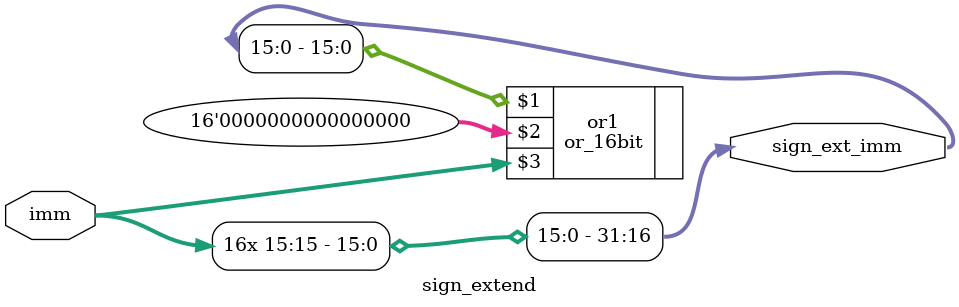
<source format=v>
module sign_extend(output [31:0] sign_ext_imm, input [15:0] imm);
//Tested and working
	or_16bit or1 (sign_ext_imm[15:0], 16'b0, imm[15:0]);
	
	or or17 (sign_ext_imm[16], imm[15], imm[15]);
	or or18 (sign_ext_imm[17], imm[15], imm[15]);
	or or19 (sign_ext_imm[18], imm[15], imm[15]);
	or or20 (sign_ext_imm[19], imm[15], imm[15]);
	or or21 (sign_ext_imm[20], imm[15], imm[15]);
	or or22 (sign_ext_imm[21], imm[15], imm[15]);
	or or23 (sign_ext_imm[22], imm[15], imm[15]);
	or or24 (sign_ext_imm[23], imm[15], imm[15]);
	or or25 (sign_ext_imm[24], imm[15], imm[15]);
	or or26 (sign_ext_imm[25], imm[15], imm[15]);
	or or27 (sign_ext_imm[26], imm[15], imm[15]);
	or or28 (sign_ext_imm[27], imm[15], imm[15]);
	or or29 (sign_ext_imm[28], imm[15], imm[15]);
	or or30 (sign_ext_imm[29], imm[15], imm[15]);
	or or31 (sign_ext_imm[30], imm[15], imm[15]);
	or or32 (sign_ext_imm[31], imm[15], imm[15]);
endmodule

</source>
